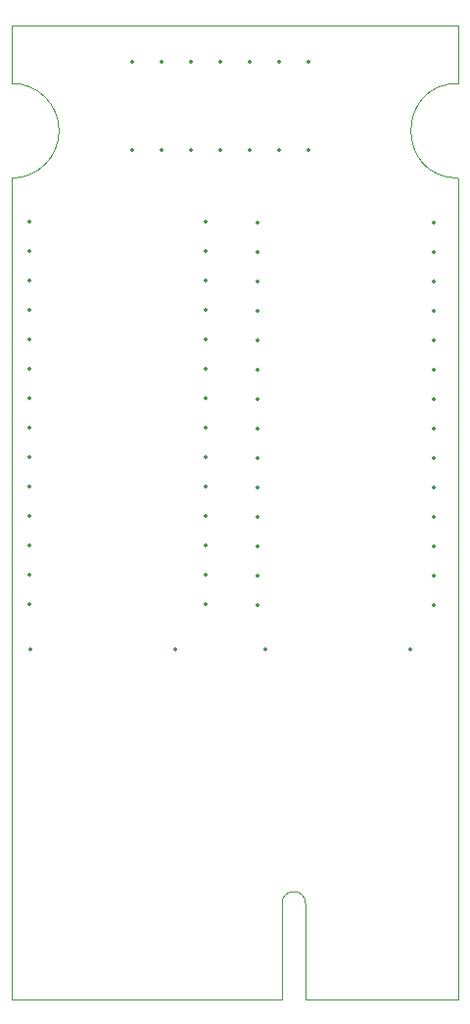
<source format=gko>
%TF.GenerationSoftware,KiCad,Pcbnew,8.0.6+1*%
%TF.CreationDate,2024-12-27T19:20:12+01:00*%
%TF.ProjectId,QL_ROM_Cartridge_original,514c5f52-4f4d-45f4-9361-727472696467,0*%
%TF.SameCoordinates,Original*%
%TF.FileFunction,Profile,NP*%
%FSLAX46Y46*%
G04 Gerber Fmt 4.6, Leading zero omitted, Abs format (unit mm)*
G04 Created by KiCad (PCBNEW 8.0.6+1) date 2024-12-27 19:20:12*
%MOMM*%
%LPD*%
G01*
G04 APERTURE LIST*
%TA.AperFunction,Profile*%
%ADD10C,0.100000*%
%TD*%
%ADD11C,0.350000*%
G04 APERTURE END LIST*
D10*
X100584000Y-60452000D02*
X61976000Y-60452000D01*
X85344000Y-136271000D02*
X85344000Y-144526000D01*
X100584000Y-73661520D02*
X100584000Y-144526000D01*
X85344000Y-144526000D02*
X61976000Y-144526000D01*
X61975990Y-73660760D02*
X61976000Y-144526000D01*
X87376000Y-144526000D02*
X87376000Y-136271000D01*
X100584000Y-144526000D02*
X87376000Y-144526000D01*
X61975990Y-65480440D02*
G75*
G02*
X61975990Y-73660760I10J-4090160D01*
G01*
X61976000Y-60452000D02*
X61976000Y-65481200D01*
X100584000Y-73661520D02*
G75*
G02*
X100584000Y-65481200I0J4090160D01*
G01*
X85344000Y-136271000D02*
G75*
G02*
X87376000Y-136271000I1016000J0D01*
G01*
X100584000Y-60452000D02*
X100584000Y-65481200D01*
D11*
X72390000Y-71247000D03*
X74930000Y-71247000D03*
X77470000Y-71247000D03*
X80010000Y-71247000D03*
X82550000Y-71247000D03*
X85090000Y-71247000D03*
X87630000Y-71247000D03*
X87630000Y-63627000D03*
X85090000Y-63627000D03*
X82550000Y-63627000D03*
X80010000Y-63627000D03*
X77470000Y-63627000D03*
X74930000Y-63627000D03*
X72390000Y-63627000D03*
X98425000Y-110490000D03*
X98425000Y-107950000D03*
X98425000Y-105410000D03*
X98425000Y-102870000D03*
X98425000Y-100330000D03*
X98425000Y-97790000D03*
X98425000Y-95250000D03*
X98425000Y-92710000D03*
X98425000Y-90170000D03*
X98425000Y-87630000D03*
X98425000Y-85090000D03*
X98425000Y-82550000D03*
X98425000Y-80010000D03*
X98425000Y-77470000D03*
X83185000Y-77470000D03*
X83185000Y-80010000D03*
X83185000Y-82550000D03*
X83185000Y-85090000D03*
X83185000Y-87630000D03*
X83185000Y-90170000D03*
X83185000Y-92710000D03*
X83185000Y-95250000D03*
X83185000Y-97790000D03*
X83185000Y-100330000D03*
X83185000Y-102870000D03*
X83185000Y-105410000D03*
X83185000Y-107950000D03*
X83185000Y-110490000D03*
X78745000Y-110480000D03*
X78745000Y-107940000D03*
X78745000Y-105400000D03*
X78745000Y-102860000D03*
X78745000Y-100320000D03*
X78745000Y-97780000D03*
X78745000Y-95240000D03*
X78745000Y-92700000D03*
X78745000Y-90160000D03*
X78745000Y-87620000D03*
X78745000Y-85080000D03*
X78745000Y-82540000D03*
X78745000Y-80000000D03*
X78745000Y-77460000D03*
X63505000Y-77460000D03*
X63505000Y-80000000D03*
X63505000Y-82540000D03*
X63505000Y-85080000D03*
X63505000Y-87620000D03*
X63505000Y-90160000D03*
X63505000Y-92700000D03*
X63505000Y-95240000D03*
X63505000Y-97780000D03*
X63505000Y-100320000D03*
X63505000Y-102860000D03*
X63505000Y-105400000D03*
X63505000Y-107940000D03*
X63505000Y-110480000D03*
X63580000Y-114300000D03*
X76080000Y-114300000D03*
X96420000Y-114300000D03*
X83920000Y-114300000D03*
M02*

</source>
